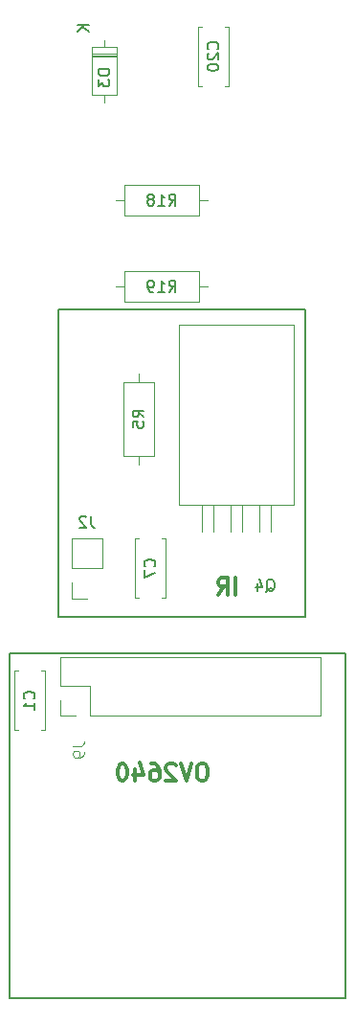
<source format=gbr>
%TF.GenerationSoftware,KiCad,Pcbnew,9.0.7-9.0.7~ubuntu24.04.1*%
%TF.CreationDate,2026-02-02T16:30:08+01:00*%
%TF.ProjectId,Main,4d61696e-2e6b-4696-9361-645f70636258,rev?*%
%TF.SameCoordinates,Original*%
%TF.FileFunction,Legend,Bot*%
%TF.FilePolarity,Positive*%
%FSLAX46Y46*%
G04 Gerber Fmt 4.6, Leading zero omitted, Abs format (unit mm)*
G04 Created by KiCad (PCBNEW 9.0.7-9.0.7~ubuntu24.04.1) date 2026-02-02 16:30:08*
%MOMM*%
%LPD*%
G01*
G04 APERTURE LIST*
%ADD10C,0.200000*%
%ADD11C,0.300000*%
%ADD12C,0.150000*%
%ADD13C,0.100000*%
%ADD14C,0.120000*%
G04 APERTURE END LIST*
D10*
X131826000Y-117780000D02*
X161544000Y-117780000D01*
X161544000Y-148260000D01*
X131826000Y-148260000D01*
X131826000Y-117780000D01*
X136144000Y-87376000D02*
X157988000Y-87376000D01*
X157988000Y-114554000D01*
X136144000Y-114554000D01*
X136144000Y-87376000D01*
D11*
X149019774Y-127510828D02*
X148734060Y-127510828D01*
X148734060Y-127510828D02*
X148591203Y-127582257D01*
X148591203Y-127582257D02*
X148448346Y-127725114D01*
X148448346Y-127725114D02*
X148376917Y-128010828D01*
X148376917Y-128010828D02*
X148376917Y-128510828D01*
X148376917Y-128510828D02*
X148448346Y-128796542D01*
X148448346Y-128796542D02*
X148591203Y-128939400D01*
X148591203Y-128939400D02*
X148734060Y-129010828D01*
X148734060Y-129010828D02*
X149019774Y-129010828D01*
X149019774Y-129010828D02*
X149162632Y-128939400D01*
X149162632Y-128939400D02*
X149305489Y-128796542D01*
X149305489Y-128796542D02*
X149376917Y-128510828D01*
X149376917Y-128510828D02*
X149376917Y-128010828D01*
X149376917Y-128010828D02*
X149305489Y-127725114D01*
X149305489Y-127725114D02*
X149162632Y-127582257D01*
X149162632Y-127582257D02*
X149019774Y-127510828D01*
X147948345Y-127510828D02*
X147448345Y-129010828D01*
X147448345Y-129010828D02*
X146948345Y-127510828D01*
X146519774Y-127653685D02*
X146448346Y-127582257D01*
X146448346Y-127582257D02*
X146305489Y-127510828D01*
X146305489Y-127510828D02*
X145948346Y-127510828D01*
X145948346Y-127510828D02*
X145805489Y-127582257D01*
X145805489Y-127582257D02*
X145734060Y-127653685D01*
X145734060Y-127653685D02*
X145662631Y-127796542D01*
X145662631Y-127796542D02*
X145662631Y-127939400D01*
X145662631Y-127939400D02*
X145734060Y-128153685D01*
X145734060Y-128153685D02*
X146591203Y-129010828D01*
X146591203Y-129010828D02*
X145662631Y-129010828D01*
X144376918Y-127510828D02*
X144662632Y-127510828D01*
X144662632Y-127510828D02*
X144805489Y-127582257D01*
X144805489Y-127582257D02*
X144876918Y-127653685D01*
X144876918Y-127653685D02*
X145019775Y-127867971D01*
X145019775Y-127867971D02*
X145091203Y-128153685D01*
X145091203Y-128153685D02*
X145091203Y-128725114D01*
X145091203Y-128725114D02*
X145019775Y-128867971D01*
X145019775Y-128867971D02*
X144948346Y-128939400D01*
X144948346Y-128939400D02*
X144805489Y-129010828D01*
X144805489Y-129010828D02*
X144519775Y-129010828D01*
X144519775Y-129010828D02*
X144376918Y-128939400D01*
X144376918Y-128939400D02*
X144305489Y-128867971D01*
X144305489Y-128867971D02*
X144234060Y-128725114D01*
X144234060Y-128725114D02*
X144234060Y-128367971D01*
X144234060Y-128367971D02*
X144305489Y-128225114D01*
X144305489Y-128225114D02*
X144376918Y-128153685D01*
X144376918Y-128153685D02*
X144519775Y-128082257D01*
X144519775Y-128082257D02*
X144805489Y-128082257D01*
X144805489Y-128082257D02*
X144948346Y-128153685D01*
X144948346Y-128153685D02*
X145019775Y-128225114D01*
X145019775Y-128225114D02*
X145091203Y-128367971D01*
X142948347Y-128010828D02*
X142948347Y-129010828D01*
X143305489Y-127439400D02*
X143662632Y-128510828D01*
X143662632Y-128510828D02*
X142734061Y-128510828D01*
X141876918Y-127510828D02*
X141734061Y-127510828D01*
X141734061Y-127510828D02*
X141591204Y-127582257D01*
X141591204Y-127582257D02*
X141519776Y-127653685D01*
X141519776Y-127653685D02*
X141448347Y-127796542D01*
X141448347Y-127796542D02*
X141376918Y-128082257D01*
X141376918Y-128082257D02*
X141376918Y-128439400D01*
X141376918Y-128439400D02*
X141448347Y-128725114D01*
X141448347Y-128725114D02*
X141519776Y-128867971D01*
X141519776Y-128867971D02*
X141591204Y-128939400D01*
X141591204Y-128939400D02*
X141734061Y-129010828D01*
X141734061Y-129010828D02*
X141876918Y-129010828D01*
X141876918Y-129010828D02*
X142019776Y-128939400D01*
X142019776Y-128939400D02*
X142091204Y-128867971D01*
X142091204Y-128867971D02*
X142162633Y-128725114D01*
X142162633Y-128725114D02*
X142234061Y-128439400D01*
X142234061Y-128439400D02*
X142234061Y-128082257D01*
X142234061Y-128082257D02*
X142162633Y-127796542D01*
X142162633Y-127796542D02*
X142091204Y-127653685D01*
X142091204Y-127653685D02*
X142019776Y-127582257D01*
X142019776Y-127582257D02*
X141876918Y-127510828D01*
X151845489Y-112576828D02*
X151845489Y-111076828D01*
X150274060Y-112576828D02*
X150774060Y-111862542D01*
X151131203Y-112576828D02*
X151131203Y-111076828D01*
X151131203Y-111076828D02*
X150559774Y-111076828D01*
X150559774Y-111076828D02*
X150416917Y-111148257D01*
X150416917Y-111148257D02*
X150345488Y-111219685D01*
X150345488Y-111219685D02*
X150274060Y-111362542D01*
X150274060Y-111362542D02*
X150274060Y-111576828D01*
X150274060Y-111576828D02*
X150345488Y-111719685D01*
X150345488Y-111719685D02*
X150416917Y-111791114D01*
X150416917Y-111791114D02*
X150559774Y-111862542D01*
X150559774Y-111862542D02*
X151131203Y-111862542D01*
D12*
X144631580Y-110069333D02*
X144679200Y-110021714D01*
X144679200Y-110021714D02*
X144726819Y-109878857D01*
X144726819Y-109878857D02*
X144726819Y-109783619D01*
X144726819Y-109783619D02*
X144679200Y-109640762D01*
X144679200Y-109640762D02*
X144583961Y-109545524D01*
X144583961Y-109545524D02*
X144488723Y-109497905D01*
X144488723Y-109497905D02*
X144298247Y-109450286D01*
X144298247Y-109450286D02*
X144155390Y-109450286D01*
X144155390Y-109450286D02*
X143964914Y-109497905D01*
X143964914Y-109497905D02*
X143869676Y-109545524D01*
X143869676Y-109545524D02*
X143774438Y-109640762D01*
X143774438Y-109640762D02*
X143726819Y-109783619D01*
X143726819Y-109783619D02*
X143726819Y-109878857D01*
X143726819Y-109878857D02*
X143774438Y-110021714D01*
X143774438Y-110021714D02*
X143822057Y-110069333D01*
X143726819Y-110402667D02*
X143726819Y-111069333D01*
X143726819Y-111069333D02*
X144726819Y-110640762D01*
X139017333Y-105626819D02*
X139017333Y-106341104D01*
X139017333Y-106341104D02*
X139064952Y-106483961D01*
X139064952Y-106483961D02*
X139160190Y-106579200D01*
X139160190Y-106579200D02*
X139303047Y-106626819D01*
X139303047Y-106626819D02*
X139398285Y-106626819D01*
X138588761Y-105722057D02*
X138541142Y-105674438D01*
X138541142Y-105674438D02*
X138445904Y-105626819D01*
X138445904Y-105626819D02*
X138207809Y-105626819D01*
X138207809Y-105626819D02*
X138112571Y-105674438D01*
X138112571Y-105674438D02*
X138064952Y-105722057D01*
X138064952Y-105722057D02*
X138017333Y-105817295D01*
X138017333Y-105817295D02*
X138017333Y-105912533D01*
X138017333Y-105912533D02*
X138064952Y-106055390D01*
X138064952Y-106055390D02*
X138636380Y-106626819D01*
X138636380Y-106626819D02*
X138017333Y-106626819D01*
D13*
X137425419Y-125946666D02*
X138139704Y-125946666D01*
X138139704Y-125946666D02*
X138282561Y-125899047D01*
X138282561Y-125899047D02*
X138377800Y-125803809D01*
X138377800Y-125803809D02*
X138425419Y-125660952D01*
X138425419Y-125660952D02*
X138425419Y-125565714D01*
X138425419Y-126470476D02*
X138425419Y-126660952D01*
X138425419Y-126660952D02*
X138377800Y-126756190D01*
X138377800Y-126756190D02*
X138330180Y-126803809D01*
X138330180Y-126803809D02*
X138187323Y-126899047D01*
X138187323Y-126899047D02*
X137996847Y-126946666D01*
X137996847Y-126946666D02*
X137615895Y-126946666D01*
X137615895Y-126946666D02*
X137520657Y-126899047D01*
X137520657Y-126899047D02*
X137473038Y-126851428D01*
X137473038Y-126851428D02*
X137425419Y-126756190D01*
X137425419Y-126756190D02*
X137425419Y-126565714D01*
X137425419Y-126565714D02*
X137473038Y-126470476D01*
X137473038Y-126470476D02*
X137520657Y-126422857D01*
X137520657Y-126422857D02*
X137615895Y-126375238D01*
X137615895Y-126375238D02*
X137853990Y-126375238D01*
X137853990Y-126375238D02*
X137949228Y-126422857D01*
X137949228Y-126422857D02*
X137996847Y-126470476D01*
X137996847Y-126470476D02*
X138044466Y-126565714D01*
X138044466Y-126565714D02*
X138044466Y-126756190D01*
X138044466Y-126756190D02*
X137996847Y-126851428D01*
X137996847Y-126851428D02*
X137949228Y-126899047D01*
X137949228Y-126899047D02*
X137853990Y-126946666D01*
D12*
X145930857Y-85798819D02*
X146264190Y-85322628D01*
X146502285Y-85798819D02*
X146502285Y-84798819D01*
X146502285Y-84798819D02*
X146121333Y-84798819D01*
X146121333Y-84798819D02*
X146026095Y-84846438D01*
X146026095Y-84846438D02*
X145978476Y-84894057D01*
X145978476Y-84894057D02*
X145930857Y-84989295D01*
X145930857Y-84989295D02*
X145930857Y-85132152D01*
X145930857Y-85132152D02*
X145978476Y-85227390D01*
X145978476Y-85227390D02*
X146026095Y-85275009D01*
X146026095Y-85275009D02*
X146121333Y-85322628D01*
X146121333Y-85322628D02*
X146502285Y-85322628D01*
X144978476Y-85798819D02*
X145549904Y-85798819D01*
X145264190Y-85798819D02*
X145264190Y-84798819D01*
X145264190Y-84798819D02*
X145359428Y-84941676D01*
X145359428Y-84941676D02*
X145454666Y-85036914D01*
X145454666Y-85036914D02*
X145549904Y-85084533D01*
X144502285Y-85798819D02*
X144311809Y-85798819D01*
X144311809Y-85798819D02*
X144216571Y-85751200D01*
X144216571Y-85751200D02*
X144168952Y-85703580D01*
X144168952Y-85703580D02*
X144073714Y-85560723D01*
X144073714Y-85560723D02*
X144026095Y-85370247D01*
X144026095Y-85370247D02*
X144026095Y-84989295D01*
X144026095Y-84989295D02*
X144073714Y-84894057D01*
X144073714Y-84894057D02*
X144121333Y-84846438D01*
X144121333Y-84846438D02*
X144216571Y-84798819D01*
X144216571Y-84798819D02*
X144407047Y-84798819D01*
X144407047Y-84798819D02*
X144502285Y-84846438D01*
X144502285Y-84846438D02*
X144549904Y-84894057D01*
X144549904Y-84894057D02*
X144597523Y-84989295D01*
X144597523Y-84989295D02*
X144597523Y-85227390D01*
X144597523Y-85227390D02*
X144549904Y-85322628D01*
X144549904Y-85322628D02*
X144502285Y-85370247D01*
X144502285Y-85370247D02*
X144407047Y-85417866D01*
X144407047Y-85417866D02*
X144216571Y-85417866D01*
X144216571Y-85417866D02*
X144121333Y-85370247D01*
X144121333Y-85370247D02*
X144073714Y-85322628D01*
X144073714Y-85322628D02*
X144026095Y-85227390D01*
X133963580Y-121753333D02*
X134011200Y-121705714D01*
X134011200Y-121705714D02*
X134058819Y-121562857D01*
X134058819Y-121562857D02*
X134058819Y-121467619D01*
X134058819Y-121467619D02*
X134011200Y-121324762D01*
X134011200Y-121324762D02*
X133915961Y-121229524D01*
X133915961Y-121229524D02*
X133820723Y-121181905D01*
X133820723Y-121181905D02*
X133630247Y-121134286D01*
X133630247Y-121134286D02*
X133487390Y-121134286D01*
X133487390Y-121134286D02*
X133296914Y-121181905D01*
X133296914Y-121181905D02*
X133201676Y-121229524D01*
X133201676Y-121229524D02*
X133106438Y-121324762D01*
X133106438Y-121324762D02*
X133058819Y-121467619D01*
X133058819Y-121467619D02*
X133058819Y-121562857D01*
X133058819Y-121562857D02*
X133106438Y-121705714D01*
X133106438Y-121705714D02*
X133154057Y-121753333D01*
X134058819Y-122705714D02*
X134058819Y-122134286D01*
X134058819Y-122420000D02*
X133058819Y-122420000D01*
X133058819Y-122420000D02*
X133201676Y-122324762D01*
X133201676Y-122324762D02*
X133296914Y-122229524D01*
X133296914Y-122229524D02*
X133344533Y-122134286D01*
X140662819Y-66139905D02*
X139662819Y-66139905D01*
X139662819Y-66139905D02*
X139662819Y-66378000D01*
X139662819Y-66378000D02*
X139710438Y-66520857D01*
X139710438Y-66520857D02*
X139805676Y-66616095D01*
X139805676Y-66616095D02*
X139900914Y-66663714D01*
X139900914Y-66663714D02*
X140091390Y-66711333D01*
X140091390Y-66711333D02*
X140234247Y-66711333D01*
X140234247Y-66711333D02*
X140424723Y-66663714D01*
X140424723Y-66663714D02*
X140519961Y-66616095D01*
X140519961Y-66616095D02*
X140615200Y-66520857D01*
X140615200Y-66520857D02*
X140662819Y-66378000D01*
X140662819Y-66378000D02*
X140662819Y-66139905D01*
X139662819Y-67044667D02*
X139662819Y-67663714D01*
X139662819Y-67663714D02*
X140043771Y-67330381D01*
X140043771Y-67330381D02*
X140043771Y-67473238D01*
X140043771Y-67473238D02*
X140091390Y-67568476D01*
X140091390Y-67568476D02*
X140139009Y-67616095D01*
X140139009Y-67616095D02*
X140234247Y-67663714D01*
X140234247Y-67663714D02*
X140472342Y-67663714D01*
X140472342Y-67663714D02*
X140567580Y-67616095D01*
X140567580Y-67616095D02*
X140615200Y-67568476D01*
X140615200Y-67568476D02*
X140662819Y-67473238D01*
X140662819Y-67473238D02*
X140662819Y-67187524D01*
X140662819Y-67187524D02*
X140615200Y-67092286D01*
X140615200Y-67092286D02*
X140567580Y-67044667D01*
X138862819Y-62222095D02*
X137862819Y-62222095D01*
X138862819Y-62793523D02*
X138291390Y-62364952D01*
X137862819Y-62793523D02*
X138434247Y-62222095D01*
X143710819Y-96861333D02*
X143234628Y-96528000D01*
X143710819Y-96289905D02*
X142710819Y-96289905D01*
X142710819Y-96289905D02*
X142710819Y-96670857D01*
X142710819Y-96670857D02*
X142758438Y-96766095D01*
X142758438Y-96766095D02*
X142806057Y-96813714D01*
X142806057Y-96813714D02*
X142901295Y-96861333D01*
X142901295Y-96861333D02*
X143044152Y-96861333D01*
X143044152Y-96861333D02*
X143139390Y-96813714D01*
X143139390Y-96813714D02*
X143187009Y-96766095D01*
X143187009Y-96766095D02*
X143234628Y-96670857D01*
X143234628Y-96670857D02*
X143234628Y-96289905D01*
X142710819Y-97766095D02*
X142710819Y-97289905D01*
X142710819Y-97289905D02*
X143187009Y-97242286D01*
X143187009Y-97242286D02*
X143139390Y-97289905D01*
X143139390Y-97289905D02*
X143091771Y-97385143D01*
X143091771Y-97385143D02*
X143091771Y-97623238D01*
X143091771Y-97623238D02*
X143139390Y-97718476D01*
X143139390Y-97718476D02*
X143187009Y-97766095D01*
X143187009Y-97766095D02*
X143282247Y-97813714D01*
X143282247Y-97813714D02*
X143520342Y-97813714D01*
X143520342Y-97813714D02*
X143615580Y-97766095D01*
X143615580Y-97766095D02*
X143663200Y-97718476D01*
X143663200Y-97718476D02*
X143710819Y-97623238D01*
X143710819Y-97623238D02*
X143710819Y-97385143D01*
X143710819Y-97385143D02*
X143663200Y-97289905D01*
X143663200Y-97289905D02*
X143615580Y-97242286D01*
X150219580Y-64341142D02*
X150267200Y-64293523D01*
X150267200Y-64293523D02*
X150314819Y-64150666D01*
X150314819Y-64150666D02*
X150314819Y-64055428D01*
X150314819Y-64055428D02*
X150267200Y-63912571D01*
X150267200Y-63912571D02*
X150171961Y-63817333D01*
X150171961Y-63817333D02*
X150076723Y-63769714D01*
X150076723Y-63769714D02*
X149886247Y-63722095D01*
X149886247Y-63722095D02*
X149743390Y-63722095D01*
X149743390Y-63722095D02*
X149552914Y-63769714D01*
X149552914Y-63769714D02*
X149457676Y-63817333D01*
X149457676Y-63817333D02*
X149362438Y-63912571D01*
X149362438Y-63912571D02*
X149314819Y-64055428D01*
X149314819Y-64055428D02*
X149314819Y-64150666D01*
X149314819Y-64150666D02*
X149362438Y-64293523D01*
X149362438Y-64293523D02*
X149410057Y-64341142D01*
X149410057Y-64722095D02*
X149362438Y-64769714D01*
X149362438Y-64769714D02*
X149314819Y-64864952D01*
X149314819Y-64864952D02*
X149314819Y-65103047D01*
X149314819Y-65103047D02*
X149362438Y-65198285D01*
X149362438Y-65198285D02*
X149410057Y-65245904D01*
X149410057Y-65245904D02*
X149505295Y-65293523D01*
X149505295Y-65293523D02*
X149600533Y-65293523D01*
X149600533Y-65293523D02*
X149743390Y-65245904D01*
X149743390Y-65245904D02*
X150314819Y-64674476D01*
X150314819Y-64674476D02*
X150314819Y-65293523D01*
X149314819Y-65912571D02*
X149314819Y-66007809D01*
X149314819Y-66007809D02*
X149362438Y-66103047D01*
X149362438Y-66103047D02*
X149410057Y-66150666D01*
X149410057Y-66150666D02*
X149505295Y-66198285D01*
X149505295Y-66198285D02*
X149695771Y-66245904D01*
X149695771Y-66245904D02*
X149933866Y-66245904D01*
X149933866Y-66245904D02*
X150124342Y-66198285D01*
X150124342Y-66198285D02*
X150219580Y-66150666D01*
X150219580Y-66150666D02*
X150267200Y-66103047D01*
X150267200Y-66103047D02*
X150314819Y-66007809D01*
X150314819Y-66007809D02*
X150314819Y-65912571D01*
X150314819Y-65912571D02*
X150267200Y-65817333D01*
X150267200Y-65817333D02*
X150219580Y-65769714D01*
X150219580Y-65769714D02*
X150124342Y-65722095D01*
X150124342Y-65722095D02*
X149933866Y-65674476D01*
X149933866Y-65674476D02*
X149695771Y-65674476D01*
X149695771Y-65674476D02*
X149505295Y-65722095D01*
X149505295Y-65722095D02*
X149410057Y-65769714D01*
X149410057Y-65769714D02*
X149362438Y-65817333D01*
X149362438Y-65817333D02*
X149314819Y-65912571D01*
X154527238Y-112310057D02*
X154622476Y-112262438D01*
X154622476Y-112262438D02*
X154717714Y-112167200D01*
X154717714Y-112167200D02*
X154860571Y-112024342D01*
X154860571Y-112024342D02*
X154955809Y-111976723D01*
X154955809Y-111976723D02*
X155051047Y-111976723D01*
X155003428Y-112214819D02*
X155098666Y-112167200D01*
X155098666Y-112167200D02*
X155193904Y-112071961D01*
X155193904Y-112071961D02*
X155241523Y-111881485D01*
X155241523Y-111881485D02*
X155241523Y-111548152D01*
X155241523Y-111548152D02*
X155193904Y-111357676D01*
X155193904Y-111357676D02*
X155098666Y-111262438D01*
X155098666Y-111262438D02*
X155003428Y-111214819D01*
X155003428Y-111214819D02*
X154812952Y-111214819D01*
X154812952Y-111214819D02*
X154717714Y-111262438D01*
X154717714Y-111262438D02*
X154622476Y-111357676D01*
X154622476Y-111357676D02*
X154574857Y-111548152D01*
X154574857Y-111548152D02*
X154574857Y-111881485D01*
X154574857Y-111881485D02*
X154622476Y-112071961D01*
X154622476Y-112071961D02*
X154717714Y-112167200D01*
X154717714Y-112167200D02*
X154812952Y-112214819D01*
X154812952Y-112214819D02*
X155003428Y-112214819D01*
X153717714Y-111548152D02*
X153717714Y-112214819D01*
X153955809Y-111167200D02*
X154193904Y-111881485D01*
X154193904Y-111881485D02*
X153574857Y-111881485D01*
X145930857Y-78178819D02*
X146264190Y-77702628D01*
X146502285Y-78178819D02*
X146502285Y-77178819D01*
X146502285Y-77178819D02*
X146121333Y-77178819D01*
X146121333Y-77178819D02*
X146026095Y-77226438D01*
X146026095Y-77226438D02*
X145978476Y-77274057D01*
X145978476Y-77274057D02*
X145930857Y-77369295D01*
X145930857Y-77369295D02*
X145930857Y-77512152D01*
X145930857Y-77512152D02*
X145978476Y-77607390D01*
X145978476Y-77607390D02*
X146026095Y-77655009D01*
X146026095Y-77655009D02*
X146121333Y-77702628D01*
X146121333Y-77702628D02*
X146502285Y-77702628D01*
X144978476Y-78178819D02*
X145549904Y-78178819D01*
X145264190Y-78178819D02*
X145264190Y-77178819D01*
X145264190Y-77178819D02*
X145359428Y-77321676D01*
X145359428Y-77321676D02*
X145454666Y-77416914D01*
X145454666Y-77416914D02*
X145549904Y-77464533D01*
X144407047Y-77607390D02*
X144502285Y-77559771D01*
X144502285Y-77559771D02*
X144549904Y-77512152D01*
X144549904Y-77512152D02*
X144597523Y-77416914D01*
X144597523Y-77416914D02*
X144597523Y-77369295D01*
X144597523Y-77369295D02*
X144549904Y-77274057D01*
X144549904Y-77274057D02*
X144502285Y-77226438D01*
X144502285Y-77226438D02*
X144407047Y-77178819D01*
X144407047Y-77178819D02*
X144216571Y-77178819D01*
X144216571Y-77178819D02*
X144121333Y-77226438D01*
X144121333Y-77226438D02*
X144073714Y-77274057D01*
X144073714Y-77274057D02*
X144026095Y-77369295D01*
X144026095Y-77369295D02*
X144026095Y-77416914D01*
X144026095Y-77416914D02*
X144073714Y-77512152D01*
X144073714Y-77512152D02*
X144121333Y-77559771D01*
X144121333Y-77559771D02*
X144216571Y-77607390D01*
X144216571Y-77607390D02*
X144407047Y-77607390D01*
X144407047Y-77607390D02*
X144502285Y-77655009D01*
X144502285Y-77655009D02*
X144549904Y-77702628D01*
X144549904Y-77702628D02*
X144597523Y-77797866D01*
X144597523Y-77797866D02*
X144597523Y-77988342D01*
X144597523Y-77988342D02*
X144549904Y-78083580D01*
X144549904Y-78083580D02*
X144502285Y-78131200D01*
X144502285Y-78131200D02*
X144407047Y-78178819D01*
X144407047Y-78178819D02*
X144216571Y-78178819D01*
X144216571Y-78178819D02*
X144121333Y-78131200D01*
X144121333Y-78131200D02*
X144073714Y-78083580D01*
X144073714Y-78083580D02*
X144026095Y-77988342D01*
X144026095Y-77988342D02*
X144026095Y-77797866D01*
X144026095Y-77797866D02*
X144073714Y-77702628D01*
X144073714Y-77702628D02*
X144121333Y-77655009D01*
X144121333Y-77655009D02*
X144216571Y-77607390D01*
D14*
%TO.C,C7*%
X142902000Y-112856000D02*
X142902000Y-107616000D01*
X143239000Y-107616000D02*
X142902000Y-107616000D01*
X143239000Y-112856000D02*
X142902000Y-112856000D01*
X145642000Y-107616000D02*
X145305000Y-107616000D01*
X145642000Y-112856000D02*
X145305000Y-112856000D01*
X145642000Y-112856000D02*
X145642000Y-107616000D01*
%TO.C,J2*%
X137304000Y-107591000D02*
X140064000Y-107591000D01*
X137304000Y-110241000D02*
X137304000Y-107591000D01*
X137304000Y-110241000D02*
X140064000Y-110241000D01*
X137304000Y-111511000D02*
X137304000Y-112891000D01*
X137304000Y-112891000D02*
X138684000Y-112891000D01*
X140064000Y-110241000D02*
X140064000Y-107591000D01*
%TO.C,J9*%
X136338000Y-118050000D02*
X136338000Y-120650000D01*
X136338000Y-118050000D02*
X159318000Y-118050000D01*
X136338000Y-120650000D02*
X138938000Y-120650000D01*
X136338000Y-121920000D02*
X136338000Y-123250000D01*
X136338000Y-123250000D02*
X137668000Y-123250000D01*
X138938000Y-120650000D02*
X138938000Y-123250000D01*
X138938000Y-123250000D02*
X159318000Y-123250000D01*
X159318000Y-118050000D02*
X159318000Y-123250000D01*
%TO.C,R19*%
X141248000Y-85344000D02*
X142018000Y-85344000D01*
X149328000Y-85344000D02*
X148558000Y-85344000D01*
X148558000Y-83974000D02*
X142018000Y-83974000D01*
X142018000Y-86714000D01*
X148558000Y-86714000D01*
X148558000Y-83974000D01*
%TO.C,C1*%
X132234000Y-124540000D02*
X132234000Y-119300000D01*
X132571000Y-119300000D02*
X132234000Y-119300000D01*
X132571000Y-124540000D02*
X132234000Y-124540000D01*
X134974000Y-119300000D02*
X134637000Y-119300000D01*
X134974000Y-124540000D02*
X134637000Y-124540000D01*
X134974000Y-124540000D02*
X134974000Y-119300000D01*
%TO.C,D3*%
X139088000Y-64774000D02*
X141328000Y-64774000D01*
X139088000Y-64894000D02*
X141328000Y-64894000D01*
X139088000Y-65014000D02*
X141328000Y-65014000D01*
X140208000Y-63524000D02*
X140208000Y-64174000D01*
X140208000Y-69064000D02*
X140208000Y-68414000D01*
X139088000Y-64174000D02*
X141328000Y-64174000D01*
X141328000Y-68414000D01*
X139088000Y-68414000D01*
X139088000Y-64174000D01*
%TO.C,R5*%
X143256000Y-92988000D02*
X143256000Y-93758000D01*
X143256000Y-101068000D02*
X143256000Y-100298000D01*
X141886000Y-93758000D02*
X144626000Y-93758000D01*
X144626000Y-100298000D01*
X141886000Y-100298000D01*
X141886000Y-93758000D01*
%TO.C,C20*%
X148490000Y-62364000D02*
X148490000Y-67604000D01*
X148490000Y-62364000D02*
X148827000Y-62364000D01*
X148490000Y-67604000D02*
X148827000Y-67604000D01*
X150893000Y-62364000D02*
X151230000Y-62364000D01*
X150893000Y-67604000D02*
X151230000Y-67604000D01*
X151230000Y-62364000D02*
X151230000Y-67604000D01*
%TO.C,Q4*%
X146782000Y-104590000D02*
X146782000Y-88720000D01*
X148867000Y-104590000D02*
X148867000Y-107030000D01*
X149837000Y-104590000D02*
X149837000Y-107030000D01*
X151407000Y-104590000D02*
X151407000Y-107030000D01*
X152377000Y-104590000D02*
X152377000Y-107030000D01*
X153947000Y-104590000D02*
X153947000Y-107030000D01*
X154917000Y-104590000D02*
X154917000Y-107030000D01*
X157002000Y-88720000D02*
X146782000Y-88720000D01*
X157002000Y-104590000D02*
X146782000Y-104590000D01*
X157002000Y-104590000D02*
X157002000Y-88720000D01*
%TO.C,R18*%
X141248000Y-77724000D02*
X142018000Y-77724000D01*
X149328000Y-77724000D02*
X148558000Y-77724000D01*
X148558000Y-76354000D02*
X142018000Y-76354000D01*
X142018000Y-79094000D01*
X148558000Y-79094000D01*
X148558000Y-76354000D01*
%TD*%
M02*

</source>
